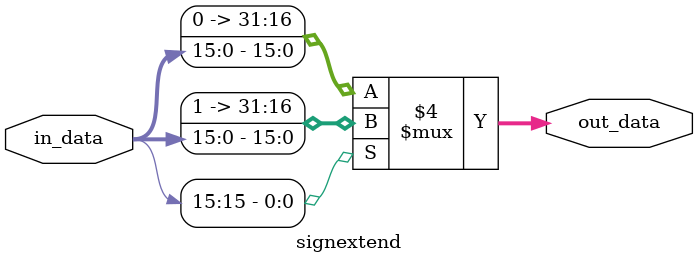
<source format=v>
module signextend(
  
    input [15:0] in_data,
    output reg [31:0] out_data
);

always @(*) begin
    if (in_data[15] == 1) begin
        // Sign extension: fill upper 16 bits with 1s
        out_data = {16'b1111111111111111, in_data};
    end else begin
       

 // Zero extension: fill upper 16 bits with 0s
        out_data = {16'b0000000000000000, in_data};
    end
end

endmodule

</source>
